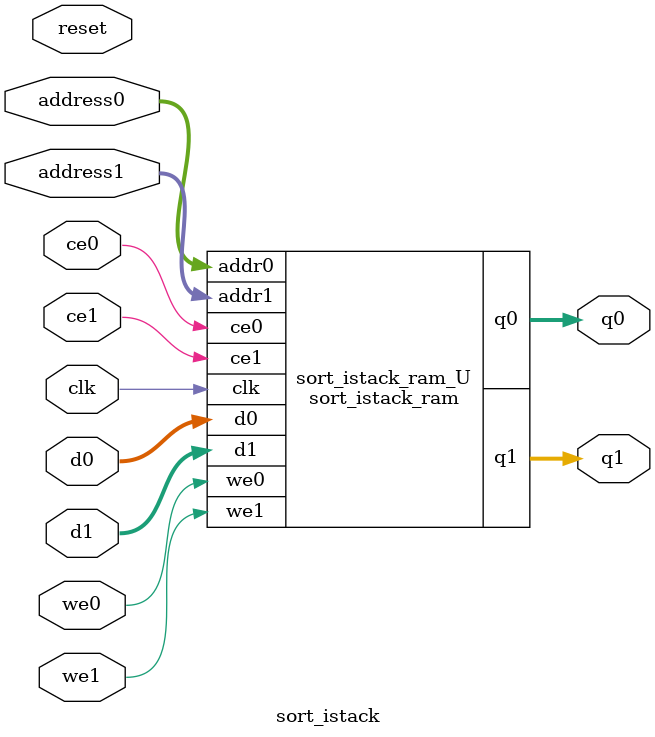
<source format=v>

`timescale 1 ns / 1 ps
module sort_istack_ram (addr0, ce0, d0, we0, q0, addr1, ce1, d1, we1, q1,  clk);

parameter DWIDTH = 32;
parameter AWIDTH = 7;
parameter MEM_SIZE = 100;

input[AWIDTH-1:0] addr0;
input ce0;
input[DWIDTH-1:0] d0;
input we0;
output reg[DWIDTH-1:0] q0;
input[AWIDTH-1:0] addr1;
input ce1;
input[DWIDTH-1:0] d1;
input we1;
output reg[DWIDTH-1:0] q1;
input clk;

(* ram_style = "block" *)reg [DWIDTH-1:0] ram[MEM_SIZE-1:0];




always @(posedge clk)  
begin 
    if (ce0) 
    begin
        if (we0) 
        begin 
            ram[addr0] <= d0; 
            q0 <= d0;
        end 
        else 
            q0 <= ram[addr0];
    end
end


always @(posedge clk)  
begin 
    if (ce1) 
    begin
        if (we1) 
        begin 
            ram[addr1] <= d1; 
            q1 <= d1;
        end 
        else 
            q1 <= ram[addr1];
    end
end


endmodule


`timescale 1 ns / 1 ps
module sort_istack(
    reset,
    clk,
    address0,
    ce0,
    we0,
    d0,
    q0,
    address1,
    ce1,
    we1,
    d1,
    q1);

parameter DataWidth = 32'd32;
parameter AddressRange = 32'd100;
parameter AddressWidth = 32'd7;
input reset;
input clk;
input[AddressWidth - 1:0] address0;
input ce0;
input we0;
input[DataWidth - 1:0] d0;
output[DataWidth - 1:0] q0;
input[AddressWidth - 1:0] address1;
input ce1;
input we1;
input[DataWidth - 1:0] d1;
output[DataWidth - 1:0] q1;




sort_istack_ram sort_istack_ram_U(
    .clk( clk ),
    .addr0( address0 ),
    .ce0( ce0 ),
    .d0( d0 ),
    .we0( we0 ),
    .q0( q0 ),
    .addr1( address1 ),
    .ce1( ce1 ),
    .d1( d1 ),
    .we1( we1 ),
    .q1( q1 ));

endmodule


</source>
